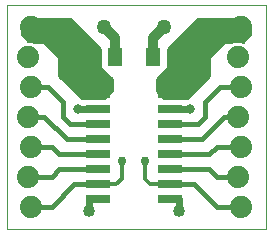
<source format=gtl>
G75*
%MOIN*%
%OFA0B0*%
%FSLAX24Y24*%
%IPPOS*%
%LPD*%
%AMOC8*
5,1,8,0,0,1.08239X$1,22.5*
%
%ADD10C,0.0000*%
%ADD11R,0.0800X0.0260*%
%ADD12C,0.0740*%
%ADD13R,0.0512X0.0591*%
%ADD14C,0.0100*%
%ADD15C,0.0298*%
%ADD16C,0.0500*%
%ADD17C,0.0320*%
%ADD18C,0.0320*%
%ADD19C,0.0240*%
%ADD20C,0.0400*%
%ADD21C,0.0160*%
%ADD22C,0.0120*%
D10*
X000100Y000100D02*
X000100Y007580D01*
X008761Y007580D01*
X008761Y000100D01*
X000100Y000100D01*
D11*
X003140Y001100D03*
X003140Y001600D03*
X003140Y002100D03*
X003140Y002600D03*
X003140Y003100D03*
X003140Y003600D03*
X003140Y004100D03*
X003140Y004600D03*
X005560Y004600D03*
X005560Y004100D03*
X005560Y003600D03*
X005560Y003100D03*
X005560Y002600D03*
X005560Y002100D03*
X005560Y001600D03*
X005560Y001100D03*
D12*
X007800Y001850D03*
X007900Y000850D03*
X007900Y002850D03*
X007800Y003850D03*
X007900Y004850D03*
X007800Y005850D03*
X007900Y006850D03*
X000900Y006850D03*
X000800Y005850D03*
X000900Y004850D03*
X000800Y003850D03*
X000900Y002850D03*
X000800Y001850D03*
X000900Y000850D03*
D13*
X002976Y005850D03*
X003724Y005850D03*
X004976Y005850D03*
X005724Y005850D03*
D14*
X005475Y005825D02*
X006850Y005825D01*
X006850Y005850D02*
X006850Y005225D01*
X006100Y004475D01*
X005350Y004475D01*
X005100Y004725D01*
X005100Y005100D01*
X005475Y005475D01*
X005475Y006100D01*
X006475Y007100D01*
X007975Y007100D01*
X008225Y006850D01*
X008225Y006600D01*
X007983Y006358D01*
X007907Y006390D01*
X007693Y006390D01*
X007596Y006350D01*
X007350Y006350D01*
X006850Y005850D01*
X006923Y005923D02*
X005475Y005923D01*
X005475Y006022D02*
X007022Y006022D01*
X007120Y006120D02*
X005495Y006120D01*
X005594Y006219D02*
X007219Y006219D01*
X007317Y006317D02*
X005692Y006317D01*
X005791Y006416D02*
X008041Y006416D01*
X008139Y006514D02*
X005889Y006514D01*
X005988Y006613D02*
X008225Y006613D01*
X008225Y006711D02*
X006086Y006711D01*
X006185Y006810D02*
X008225Y006810D01*
X008167Y006908D02*
X006283Y006908D01*
X006382Y007007D02*
X008068Y007007D01*
X006850Y005726D02*
X005475Y005726D01*
X005475Y005628D02*
X006850Y005628D01*
X006850Y005529D02*
X005475Y005529D01*
X005431Y005431D02*
X006850Y005431D01*
X006850Y005332D02*
X005332Y005332D01*
X005234Y005234D02*
X006850Y005234D01*
X006760Y005135D02*
X005135Y005135D01*
X005100Y005037D02*
X006662Y005037D01*
X006563Y004938D02*
X005100Y004938D01*
X005100Y004840D02*
X006465Y004840D01*
X006366Y004741D02*
X005100Y004741D01*
X005182Y004643D02*
X006268Y004643D01*
X006169Y004544D02*
X005281Y004544D01*
X003600Y004725D02*
X003350Y004475D01*
X002600Y004475D01*
X001850Y005225D01*
X001850Y005850D01*
X001350Y006350D01*
X001004Y006350D01*
X000907Y006390D01*
X000810Y006390D01*
X000600Y006600D01*
X000600Y006850D01*
X000850Y007100D01*
X002225Y007100D01*
X003225Y006100D01*
X003225Y005475D01*
X003600Y005100D01*
X003600Y004725D01*
X003600Y004741D02*
X002334Y004741D01*
X002432Y004643D02*
X003518Y004643D01*
X003419Y004544D02*
X002531Y004544D01*
X002235Y004840D02*
X003600Y004840D01*
X003600Y004938D02*
X002137Y004938D01*
X002038Y005037D02*
X003600Y005037D01*
X003565Y005135D02*
X001940Y005135D01*
X001850Y005234D02*
X003466Y005234D01*
X003368Y005332D02*
X001850Y005332D01*
X001850Y005431D02*
X003269Y005431D01*
X003225Y005529D02*
X001850Y005529D01*
X001850Y005628D02*
X003225Y005628D01*
X003225Y005726D02*
X001850Y005726D01*
X001850Y005825D02*
X003225Y005825D01*
X003225Y005923D02*
X001777Y005923D01*
X001678Y006022D02*
X003225Y006022D01*
X003205Y006120D02*
X001580Y006120D01*
X001481Y006219D02*
X003106Y006219D01*
X003008Y006317D02*
X001383Y006317D01*
X000784Y006416D02*
X002909Y006416D01*
X002811Y006514D02*
X000686Y006514D01*
X000600Y006613D02*
X002712Y006613D01*
X002614Y006711D02*
X000600Y006711D01*
X000600Y006810D02*
X002515Y006810D01*
X002417Y006908D02*
X000658Y006908D01*
X000757Y007007D02*
X002318Y007007D01*
D15*
X002561Y006399D03*
X006104Y006399D03*
X004726Y002364D03*
X003939Y002364D03*
D16*
X003350Y006850D03*
X005350Y006850D03*
D17*
X004975Y006475D01*
X004975Y005851D01*
X004976Y005850D01*
X003725Y005851D02*
X003724Y005850D01*
X003725Y005851D02*
X003725Y006475D01*
X003350Y006850D01*
D18*
X002475Y004100D03*
X006225Y004100D03*
D19*
X005560Y004100D01*
X003140Y004100D02*
X002475Y004100D01*
X002850Y001100D02*
X002850Y000725D01*
X002850Y001100D02*
X003140Y001100D01*
X005560Y001100D02*
X005850Y001100D01*
X005850Y000725D01*
D20*
X005850Y000725D03*
X002850Y000725D03*
D21*
X003140Y001600D02*
X002350Y001600D01*
X001600Y000850D01*
X000900Y000850D01*
X000800Y001850D02*
X001600Y001850D01*
X001850Y002100D01*
X003140Y002100D01*
X003140Y002600D02*
X001850Y002600D01*
X001600Y002850D01*
X000900Y002850D01*
X000800Y003850D02*
X001350Y003850D01*
X002100Y003100D01*
X003140Y003100D01*
X003140Y003600D02*
X002225Y003600D01*
X001975Y003850D01*
X001975Y004350D01*
X001475Y004850D01*
X000900Y004850D01*
X005560Y003600D02*
X006475Y003600D01*
X006725Y003850D01*
X006725Y004350D01*
X007225Y004850D01*
X007900Y004850D01*
X007800Y003850D02*
X007350Y003850D01*
X006600Y003100D01*
X005560Y003100D01*
X005560Y002600D02*
X006850Y002600D01*
X007100Y002850D01*
X007900Y002850D01*
X007100Y001850D02*
X006850Y002100D01*
X005560Y002100D01*
X005560Y001600D02*
X006350Y001600D01*
X007100Y000850D01*
X007900Y000850D01*
X007800Y001850D02*
X007100Y001850D01*
D22*
X005560Y001600D02*
X004899Y001600D01*
X004726Y001773D01*
X004726Y002364D01*
X003939Y002364D02*
X003939Y001773D01*
X003765Y001600D01*
X003140Y001600D01*
M02*

</source>
